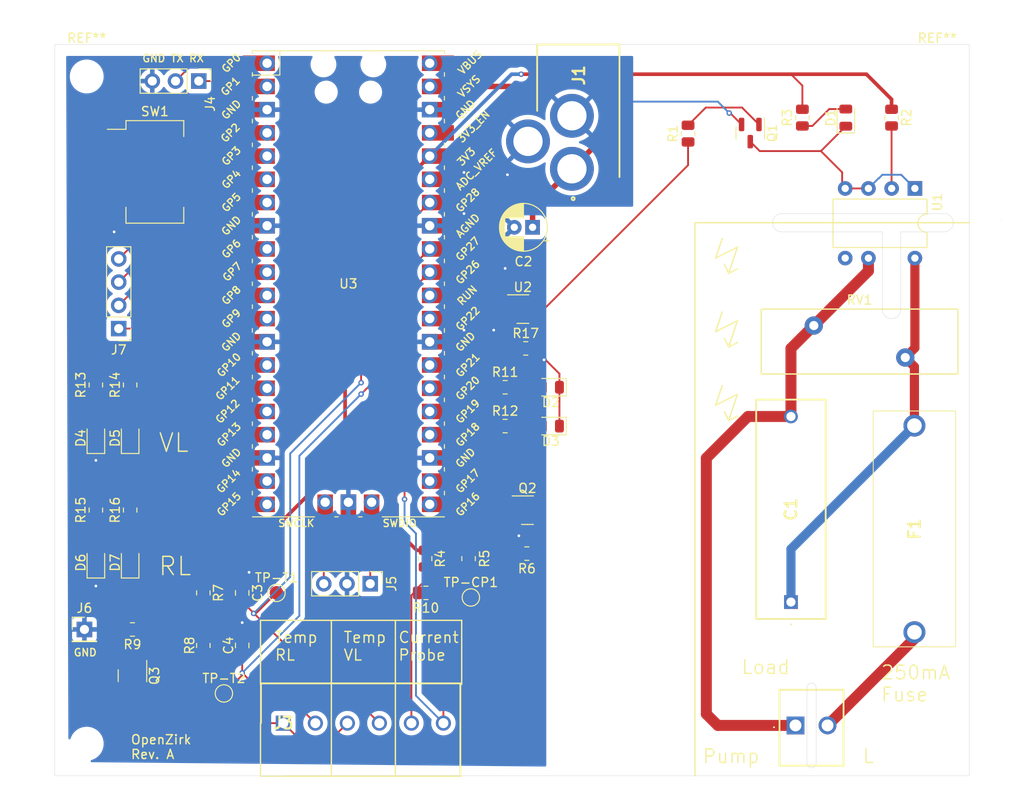
<source format=kicad_pcb>
(kicad_pcb (version 20221018) (generator pcbnew)
  (layers (0 "F.Cu" signal) (31 "B.Cu" signal) (34 "B.Paste" user) (35 "F.Paste" user) (36 "B.SilkS" user "B.Silkscreen") (37 "F.SilkS" user "F.Silkscreen") (38 "B.Mask" user) (39 "F.Mask" user) (44 "Edge.Cuts" user))
  (net 0 "")
  (net 1 "Net-(C1-Pad1)")
  (net 2 "Net-(J2-Pin_2)")
  (net 3 "+5V")
  (net 4 "GND")
  (net 5 "TempProbe1")
  (net 6 "TempProbe2")
  (net 7 "Net-(D1-K)")
  (net 8 "Net-(D1-A)")
  (net 9 "Net-(D2-A)")
  (net 10 "Net-(D3-A)")
  (net 11 "Net-(D4-A)")
  (net 12 "Net-(D5-A)")
  (net 13 "Net-(D6-A)")
  (net 14 "Net-(D7-A)")
  (net 15 "Net-(J2-Pin_1)")
  (net 16 "CurrentProbe")
  (net 17 "Net-(J5-Pin_1)")
  (net 18 "Net-(J5-Pin_3)")
  (net 19 "Net-(J7-Pin_1)")
  (net 20 "Net-(J7-Pin_2)")
  (net 21 "Net-(J7-Pin_3)")
  (net 22 "Net-(J7-Pin_4)")
  (net 23 "Net-(Q1-B)")
  (net 24 "CurrentProbeEnable")
  (net 25 "Net-(Q2-D)")
  (net 26 "TempProbesEnable")
  (net 27 "LoadEnable")
  (net 28 "+3V3")
  (net 29 "Net-(R2-Pad2)")
  (net 30 "Net-(U3-GPIO19)")
  (net 31 "Net-(U3-GPIO18)")
  (net 32 "Net-(U3-GPIO10)")
  (net 33 "Net-(U3-GPIO11)")
  (net 34 "Net-(U3-GPIO12)")
  (net 35 "Net-(U3-GPIO13)")
  (net 36 "Net-(U3-GPIO5)")
  (net 37 "Net-(U3-GPIO4)")
  (net 38 "Net-(U3-GPIO3)")
  (net 39 "Net-(U3-GPIO2)")
  (net 41 "Net-(U2-K)")
  (net 49 "Net-(J3-Pin_1)")
  (net 50 "Net-(J3-Pin_5)")
  (net 51 "Net-(J4-Pin_1)")
  (net 52 "Net-(J4-Pin_2)")
  (footprint "LED_SMD:LED_0805_2012Metric" (layer "F.Cu") (at 83.25 117.8125 90)
    (fp_text reference "D5")
    (fp_text value "Blue, 2,65V/2mA")
  )
  (footprint "Connector_PinHeader_2.54mm:PinHeader_1x03_P2.54mm_Vertical" (layer "F.Cu") (at 109.5 133.75 -90)
    (fp_text reference "J5")
    (fp_text value "Debug")
  )
  (footprint "MountingHole:MountingHole_3.2mm_M3" (layer "F.Cu") (at 78.5 78.25)
    (fp_text reference "REF**")
    (fp_text value "MountingHole_3.2mm_M3")
  )
  (footprint "OpenZirk:SHDR6W90P0X350_1X6_2160X1000X1255P" (layer "F.Cu") (at 100 149)
    (fp_text reference "J3")
    (fp_text value "Sensoren" hide)
  )
  (footprint "MountingHole:MountingHole_3.2mm_M3" (layer "F.Cu") (at 171.5 151)
    (fp_text reference "REF**" hide)
    (fp_text value "MountingHole_3.2mm_M3")
  )
  (footprint "LED_SMD:LED_0805_2012Metric" (layer "F.Cu") (at 161.5 82.75 90)
    (fp_text reference "D1")
    (fp_text value "Red 1.6V/4mA")
  )
  (footprint "Package_TO_SOT_SMD:SOT-23" (layer "F.Cu") (at 83.5 143.8125 -90)
    (fp_text reference "Q3")
    (fp_text value "FDV303N")
  )
  (footprint "Resistor_SMD:R_0805_2012Metric" (layer "F.Cu") (at 124.25 112.25)
    (fp_text reference "R11")
    (fp_text value "470")
  )
  (footprint "Resistor_SMD:R_0805_2012Metric" (layer "F.Cu") (at 91.25 140.5 -90)
    (fp_text reference "R8")
    (fp_text value "R")
  )
  (footprint "Resistor_SMD:R_0805_2012Metric" (layer "F.Cu") (at 115.5875 134.75 180)
    (fp_text reference "R10")
    (fp_text value "~")
  )
  (footprint "Resistor_SMD:R_0805_2012Metric" (layer "F.Cu") (at 83.5 138.75 180)
    (fp_text reference "R9")
    (fp_text value "0")
  )
  (footprint "Connector_PinHeader_2.54mm:PinHeader_1x01_P2.54mm_Vertical" (layer "F.Cu") (at 78.25 138.75)
    (fp_text reference "J6")
    (fp_text value "GND")
  )
  (footprint "Resistor_SMD:R_0805_2012Metric" (layer "F.Cu") (at 156.75 82.75 90)
    (fp_text reference "R3")
    (fp_text value "470")
  )
  (footprint "Connector_PinHeader_2.54mm:PinHeader_1x04_P2.54mm_Vertical" (layer "F.Cu") (at 82 105.83 180)
    (fp_text reference "J7")
    (fp_text value "Spare")
  )
  (footprint "TestPoint:TestPoint_Pad_D1.5mm" (layer "F.Cu") (at 99.25 134.75)
    (fp_text reference "TP-T1")
    (fp_text value "TestPoint")
  )
  (footprint "Resistor_SMD:R_0805_2012Metric" (layer "F.Cu") (at 79.5 112 90)
    (fp_text reference "R13")
    (fp_text value "620")
  )
  (footprint "Capacitor_THT:CP_Radial_D5.0mm_P2.00mm" (layer "F.Cu") (at 127.25 94.75 180)
    (fp_text reference "C2")
    (fp_text value "10uF")
  )
  (footprint "Package_TO_SOT_SMD:SOT-23" (layer "F.Cu") (at 126.1875 103.7)
    (fp_text reference "U2")
    (fp_text value "LM4040DBZ-3")
  )
  (footprint "TestPoint:TestPoint_Pad_D1.5mm" (layer "F.Cu") (at 120.5 135.25)
    (fp_text reference "TP-CP1")
    (fp_text value "~")
  )
  (footprint "Resistor_SMD:R_0805_2012Metric" (layer "F.Cu") (at 144.25 84.5 90)
    (fp_text reference "R1")
    (fp_text value "680")
  )
  (footprint "Capacitor_SMD:C_0805_2012Metric" (layer "F.Cu") (at 95.5 140.5 90)
    (fp_text reference "C4")
    (fp_text value "0.1uF")
  )
  (footprint "MountingHole:MountingHole_3.2mm_M3" (layer "F.Cu") (at 171.5 78.25)
    (fp_text reference "REF**")
    (fp_text value "MountingHole_3.2mm_M3")
  )
  (footprint "Resistor_SMD:R_0805_2012Metric" (layer "F.Cu") (at 166.5 82.75 -90)
    (fp_text reference "R2")
    (fp_text value "100")
  )
  (footprint "Package_DIP:DIP-8-N7_W7.62mm" (layer "F.Cu") (at 169.05 90.5 -90)
    (fp_text reference "U1")
    (fp_text value "AQH2213")
  )
  (footprint "LED_SMD:LED_0805_2012Metric" (layer "F.Cu") (at 83.25 131.4375 90)
    (fp_text reference "D7")
    (fp_text value "Blue, 2,65V/2mA")
  )
  (footprint "OpenZirk:RPi_Pico_SMD_TH" (layer "F.Cu") (at 107.11 100.93)
    (fp_text reference "U3")
    (fp_text value "Pico")
  )
  (footprint "Resistor_SMD:R_0805_2012Metric" (layer "F.Cu") (at 83.25 112 90)
    (fp_text reference "R14")
    (fp_text value "330")
  )
  (footprint "Resistor_SMD:R_0805_2012Metric" (layer "F.Cu") (at 83.25 125.6875 90)
    (fp_text reference "R16")
    (fp_text value "330")
  )
  (footprint "Package_TO_SOT_SMD:SOT-23" (layer "F.Cu") (at 126.6875 125.7)
    (fp_text reference "Q2")
    (fp_text value "FDV303N")
  )
  (footprint "Varistor:RV_Disc_D21.5mm_W7.1mm_P10mm" (layer "F.Cu") (at 168 109 180)
    (fp_text reference "RV1")
    (fp_text value "B72220P3271")
  )
  (footprint "LED_SMD:LED_0805_2012Metric" (layer "F.Cu") (at 79.5 117.8125 90)
    (fp_text reference "D4")
    (fp_text value "Orange, 1,8V/2mA")
  )
  (footprint "OpenZirk:P409CE104M250AH101" (layer "F.Cu") (at 155.5 135.75 90)
    (fp_text reference "C1")
    (fp_text value "P409CE104M275AH101" hide)
  )
  (footprint "Resistor_SMD:R_0805_2012Metric" (layer "F.Cu") (at 79.5 125.6875 90)
    (fp_text reference "R15")
    (fp_text value "620")
  )
  (footprint "TestPoint:TestPoint_Pad_D1.5mm" (layer "F.Cu") (at 93.5 145.75)
    (fp_text reference "TP-T2")
    (fp_text value "TestPoint")
  )
  (footprint "Resistor_SMD:R_0805_2012Metric" (layer "F.Cu") (at 91.25 134.75 -90)
    (fp_text reference "R7")
    (fp_text value "R")
  )
  (footprint "LED_SMD:LED_0805_2012Metric" (layer "F.Cu") (at 129.25 116.5 180)
    (fp_text reference "D3")
    (fp_text value "Green, 2,65V/4mA")
  )
  (footprint "Resistor_SMD:R_0805_2012Metric" (layer "F.Cu") (at 120.25 131 90)
    (fp_text reference "R5")
    (fp_text value "10k")
  )
  (footprint "MountingHole:MountingHole_3.2mm_M3" (layer "F.Cu") (at 78.5 151.25)
    (fp_text reference "REF**" hide)
    (fp_text value "MountingHole_3.2mm_M3")
  )
  (footprint "OpenZirk:1667750000" (layer "F.Cu") (at 156 149.25)
    (fp_text reference "J2" hide)
    (fp_text value "Load (Pump)" hide)
  )
  (footprint "Button_Switch_SMD:SW_DIP_SPSTx04_Slide_Omron_A6S-410x_W8.9mm_P2.54mm" (layer "F.Cu") (at 85.95 88.69)
    (fp_text reference "SW1")
    (fp_text value "SW_DIP_x04")
  )
  (footprint "LED_SMD:LED_0805_2012Metric" (layer "F.Cu") (at 79.5 131.4375 90)
    (fp_text reference "D6")
    (fp_text value "Orange, 1,8V/2mA")
  )
  (footprint "OpenZirk:694106301002_1" (layer "F.Cu") (at 127.75 74.75 -90)
    (fp_text reference "J1")
    (fp_text value "WE 694106301002" hide)
  )
  (footprint "LED_SMD:LED_0805_2012Metric" (layer "F.Cu") (at 129.25 112.25 180)
    (fp_text reference "D2")
    (fp_text value "Red, 1,6V/4mA")
  )
  (footprint "Package_TO_SOT_SMD:SOT-23" (layer "F.Cu") (at 151.05 84.4375 -90)
    (fp_text reference "Q1")
    (fp_text value "BC847C")
  )
  (footprint "Resistor_SMD:R_0805_2012Metric" (layer "F.Cu") (at 126.5 108)
    (fp_text reference "R17")
    (fp_text value "4.7k")
  )
  (footprint "Resistor_SMD:R_0805_2012Metric" (layer "F.Cu") (at 124.25 116.5)
    (fp_text reference "R12")
    (fp_text value "180")
  )
  (footprint "Capacitor_SMD:C_0805_2012Metric" (layer "F.Cu") (at 95.5 134.75 -90)
    (fp_text reference "C3")
    (fp_text value "0.1uF")
  )
  (footprint "Resistor_SMD:R_0805_2012Metric" (layer "F.Cu") (at 126.625 130.45 180)
    (fp_text reference "R6")
    (fp_text value "0")
  )
  (footprint "OpenZirk:64600001223" (layer "F.Cu") (at 169 116.45 -90)
    (fp_text reference "F1")
    (fp_text value "Fuse 250mA" hide)
  )
  (footprint "Connector_PinHeader_2.54mm:PinHeader_1x03_P2.54mm_Vertical" (layer "F.Cu") (at 90.75 78.75 -90)
    (fp_text reference "J4")
    (fp_text value "UART")
  )
  (footprint "Resistor_SMD:R_0805_2012Metric" (layer "F.Cu") (at 115.5 131 -90)
    (fp_text reference "R4")
    (fp_text value "10k")
  )
  (gr_line (start 105.25 137.75) (end 97.5 137.75) (stroke (width 0.1524)) (layer "F.SilkS"))
  (gr_line (start 97.5 137.75) (end 97.5 144.75) (stroke (width 0.1524)) (layer "F.SilkS"))
  (gr_line (start 145 94.25) (end 145 154.75) (stroke (width 0.1524)) (layer "F.SilkS"))
  (gr_line (start 112.25 154.625) (end 112.25 137.75) (stroke (width 0.1524)) (layer "F.SilkS"))
  (gr_line (start 97.5 149) (end 97.5 154.75) (stroke (width 0.1524)) (layer "F.SilkS"))
  (gr_line (start 105.25 137.75) (end 119.5 137.75) (stroke (width 0.1524)) (layer "F.SilkS"))
  (gr_line (start 175 94.25) (end 145 94.25) (stroke (width 0.1524)) (layer "F.SilkS"))
  (gr_line (start 105.25 154.625) (end 105.25 137.75) (stroke (width 0.1524)) (layer "F.SilkS"))
  (gr_line (start 100 154.8) (end 97.5 154.8) (stroke (width 0.1524)) (layer "F.SilkS"))
  (gr_line (start 119.5 137.75) (end 119.5 144.75) (stroke (width 0.1524)) (layer "F.SilkS"))
  (gr_arc (start 172.25 93.25) (mid 173.25 94.25) (end 172.25 95.25) (stroke (width 0.0381)) (layer "Edge.Cuts"))
  (gr_rect (start 75 74.75) (end 175 154.75) (stroke (width 0.0381)) (fill none) (layer "Edge.Cuts"))
  (gr_line (start 172.25 93.25) (end 154.5 93.25) (stroke (width 0.0381)) (layer "Edge.Cuts"))
  (gr_line (start 172.25 95.25) (end 167.5 95.25) (stroke (width 0.0381)) (layer "Edge.Cuts"))
  (gr_line (start 158.25 145.125) (end 158.25 153.375) (stroke (width 0.0381)) (layer "Edge.Cuts"))
  (gr_arc (start 157.25 145.125) (mid 157.75 144.625) (end 158.25 145.125) (stroke (width 0.0381)) (layer "Edge.Cuts"))
  (gr_arc (start 154.5 95.25) (mid 153.5 94.25) (end 154.5 93.25) (stroke (width 0.0381)) (layer "Edge.Cuts"))
  (gr_line (start 167.5 103.75) (end 167.5 95.25) (stroke (width 0.0381)) (layer "Edge.Cuts"))
  (gr_arc (start 167.5 103.75) (mid 166.5 104.75) (end 165.5 103.75) (stroke (width 0.0381)) (layer "Edge.Cuts"))
  (gr_circle (center 178.5 94) (end 178.5 94) (stroke (width 0.0381)) (fill none) (layer "Edge.Cuts"))
  (gr_line (start 165.5 103.75) (end 165.5 95.25) (stroke (width 0.0381)) (layer "Edge.Cuts"))
  (gr_line (start 154.5 95.25) (end 165.5 95.25) (stroke (width 0.0381)) (layer "Edge.Cuts"))
  (gr_arc (start 158.25 153.375) (mid 157.75 153.875) (end 157.25 153.375) (stroke (width 0.0381)) (layer "Edge.Cuts"))
  (gr_line (start 157.25 145.125) (end 157.25 153.375) (stroke (width 0.0381)) (layer "Edge.Cuts"))
  (gr_text "RL" (at 86.25 133) (layer "F.SilkS") (effects (font (size 2 2) (thickness 0.1524) bold) (justify left bottom)))
  (gr_text "GND TX RX" (at 84.5 76.75) (layer "F.SilkS") (effects (font (size 0.8128 0.8128) (thickness 0.1524) bold) (justify left bottom)))
  (gr_text "GND" (at 77 141.75) (layer "F.SilkS") (effects (font (size 0.8128 0.8128) (thickness 0.1524) bold) (justify left bottom)))
  (gr_text "250mA\nFuse" (at 165.25 146.75) (layer "F.SilkS") (effects (font (size 1.5 1.5) (thickness 0.1524) bold) (justify left bottom)))
  (gr_text "↯\n↯\n↯" (at 145.5 116.5) (layer "F.SilkS") (effects (font (size 5 5) (thickness 0.1524) bold) (justify left bottom)))
  (gr_text "Pump" (at 145.75 153.5) (layer "F.SilkS") (effects (font (size 1.5 1.5) (thickness 0.1524) bold) (justify left bottom)))
  (gr_text "Temp\nRL" (at 99 142.25) (layer "F.SilkS") (effects (font (size 1.2 1.2) (thickness 0.1524) bold) (justify left bottom)))
  (gr_text "VL" (at 86.25 119.5) (layer "F.SilkS") (effects (font (size 2 2) (thickness 0.1524) bold) (justify left bottom)))
  (gr_text "Temp\nVL" (at 106.5 142.25) (layer "F.SilkS") (effects (font (size 1.2 1.2) (thickness 0.1524) bold) (justify left bottom)))
  (gr_text "L" (at 163.25 153.5) (layer "F.SilkS") (effects (font (size 1.5 1.5) (thickness 0.1524) bold) (justify left bottom)))
  (gr_text "Current\nProbe" (at 112.5 142.25) (layer "F.SilkS") (effects (font (size 1.2 1.2) (thickness 0.1524) bold) (justify left bottom)))
  (gr_text "Load" (at 150 143.75) (layer "F.SilkS") (effects (font (size 1.5 1.5)) (justify left bottom)))
  (gr_text "OpenZirk\nRev. A" (at 83.25 153) (layer "F.SilkS") (effects (font (size 1 1) (thickness 0.1524) bold) (justify left bottom)))
  (segment (start 168 109) (end 169.05 107.95) (width 1) (layer "F.Cu") (net 1))
  (segment (start 169.05 107.95) (end 169.05 98.12) (width 1) (layer "F.Cu") (net 1))
  (segment (start 169 116.45) (end 169 110) (width 1) (layer "F.Cu") (net 1))
  (segment (start 169 110) (end 168 109) (width 1) (layer "F.Cu") (net 1))
  (segment (start 169 116.45) (end 155.5 129.95) (width 1) (layer "B.Cu") (net 1))
  (segment (start 155.5 129.95) (end 155.5 135.75) (width 1) (layer "B.Cu") (net 1))
  (segment (start 169 139.75) (end 169 139.05) (width 1.2) (layer "F.Cu") (net 2))
  (segment (start 159.5 149.25) (end 169 139.75) (width 1.2) (layer "F.Cu") (net 2))
  (segment (start 116 79.34) (end 134.09 79.34) (width 0.6) (layer "F.Cu") (net 3))
  (segment (start 127.25 92.65) (end 131.55 88.35) (width 0.6) (layer "F.Cu") (net 3))
  (segment (start 135.5 80.75) (end 135.5 84.4) (width 0.6) (layer "F.Cu") (net 3))
  (segment (start 134.09 79.34) (end 135.5 80.75) (width 0.6) (layer "F.Cu") (net 3))
  (segment (start 131.55 88.35) (end 135.5 84.4) (width 0.6) (layer "F.Cu") (net 3))
  (segment (start 127.25 94.75) (end 127.25 92.65) (width 0.6) (layer "F.Cu") (net 3))
  (segment (start 148.75 82.15) (end 148.85 82.25) (width 0.2) (layer "F.Cu") (net 4))
  (segment (start 125.75 126.65) (end 125.75 128.5) (width 0.2) (layer "F.Cu") (net 4))
  (segment (start 125.75 128.5) (end 125.75 130.4125) (width 0.2) (layer "F.Cu") (net 4))
  (segment (start 79.5 132.375) (end 79.5 134) (width 0.2) (layer "F.Cu") (net 4))
  (segment (start 83.25 132.375) (end 79.5 132.375) (width 0.2) (layer "F.Cu") (net 4))
  (segment (start 82.5875 137.0875) (end 79.5 134) (width 0.2) (layer "F.Cu") (net 4))
  (segment (start 130.1875 116.5) (end 130.1875 112.25) (width 0.2) (layer "F.Cu") (net 4))
  (segment (start 130.1875 112.25) (end 130.1875 110.775) (width 0.2) (layer "F.Cu") (net 4))
  (segment (start 95.5 133.8) (end 96.25 133.05) (width 0.2) (layer "F.Cu") (net 4))
  (segment (start 95.5 139.55) (end 95.5 138) (width 0.2) (layer "F.Cu") (net 4))
  (segment (start 82.5875 138.75) (end 82.5875 137.0875) (width 0.2) (layer "F.Cu") (net 4))
  (segment (start 125.25 104.65) (end 123.9 104.65) (width 0.2) (layer "F.Cu") (net 4))
  (segment (start 82.55 142.875) (end 82.55 138.7875) (width 0.2) (layer "F.Cu") (net 4))
  (segment (start 81.5 84.88) (end 81.5 95.25) (width 0.2) (layer "F.Cu") (net 4))
  (segment (start 96.25 133.05) (end 96.25 132.5) (width 0.2) (layer "F.Cu") (net 4))
  (segment (start 128.5 109.25) (end 128.5 109.0875) (width 0.2) (layer "F.Cu") (net 4))
  (segment (start 148.75 82.25) (end 148.75 82.15) (width 0.2) (layer "F.Cu") (net 4))
  (segment (start 150.1 83.5) (end 148.85 82.25) (width 0.2) (layer "F.Cu") (net 4))
  (segment (start 125.75 130.4125) (end 125.7125 130.45) (width 0.2) (layer "F.Cu") (net 4))
  (segment (start 128.5 109.0875) (end 127.4125 108) (width 0.2) (layer "F.Cu") (net 4))
  (segment (start 130.1875 110.775) (end 128.6625 109.25) (width 0.2) (layer "F.Cu") (net 4))
  (segment (start 148.85 82.25) (end 148.75 82.25) (width 0.2) (layer "F.Cu") (net 4))
  (segment (start 82.55 138.7875) (end 82.5875 138.75) (width 0.2) (layer "F.Cu") (net 4))
  (segment (start 83.25 118.75) (end 79.5 118.75) (width 0.2) (layer "F.Cu") (net 4))
  (segment (start 128.6625 109.25) (end 128.5 109.25) (width 0.2) (layer "F.Cu") (net 4))
  (segment (start 79.5 120.25) (end 79.5 120.5) (width 0.2) (layer "F.Cu") (net 4))
  (segment (start 79.5 118.75) (end 79.5 120.25) (width 0.2) (layer "F.Cu") (net 4))
  (via (at 81.5 95.25) (size 0.6) (drill 0.3) (layers "F.Cu" "B.Cu") (net 4))
  (via (at 119.75 88.75) (size 0.6) (drill 0.3) (layers "F.Cu" "B.Cu") (net 4))
  (via (at 79.5 120.25) (size 0.6) (drill 0.3) (layers "F.Cu" "B.Cu") (net 4))
  (via (at 79.5 134) (size 0.6) (drill 0.3) (layers "F.Cu" "B.Cu") (net 4))
  (via (at 124.5 89) (size 0.6) (drill 0.3) (layers "F.Cu" "B.Cu") (net 4))
  (via (at 125.75 128.5) (size 0.6) (drill 0.3) (layers "F.Cu" "B.Cu") (net 4))
  (via (at 119.75 106) (size 0.6) (drill 0.3) (layers "F.Cu" "B.Cu") (net 4))
  (via (at 123 106) (size 0.6) (drill 0.3) (layers "F.Cu" "B.Cu") (net 4))
  (via (at 119.75 93.25) (size 0.6) (drill 0.3) (layers "F.Cu" "B.Cu") (net 4))
  (via (at 148.75 82.25) (size 0.6) (drill 0.3) (layers "F.Cu" "B.Cu") (net 4))
  (via (at 128.5 109.25) (size 0.6) (drill 0.3) (layers "F.Cu" "B.Cu") (net 4))
  (via (at 96.25 132.5) (size 0.6) (drill 0.3) (layers "F.Cu" "B.Cu") (net 4))
  (via (at 95.5 138) (size 0.6) (drill 0.3) (layers "F.Cu" "B.Cu") (net 4))
  (via (at 124.25 99.25) (size 0.6) (drill 0.3) (layers "F.Cu" "B.Cu") (net 4))
  (segment (start 148.75 82.25) (end 147.5 81) (width 0.2) (layer "B.Cu") (net 4))
  (segment (start 147.5 81) (end 138 81) (width 0.2) (layer "B.Cu") (net 4))
  (segment (start 91.25 135.6625) (end 95.4625 135.6625) (width 0.2) (layer "F.Cu") (net 5))
  (segment (start 103.5 142) (end 101.8 142) (width 0.2) (layer "F.Cu") (net 5))
  (segment (start 101.8 142) (end 98.8 139) (width 0.2) (layer "F.Cu") (net 5))
  (segment (start 95.4625 135.6625) (end 95.5 135.7) (width 0.2) (layer "F.Cu") (net 5))
  (segment (start 99.25 134.75) (end 97 137) (width 0.2) (layer "F.Cu") (net 5))
  (segment (start 97 137) (end 96.75 137) (width 0.2) (layer "F.Cu") (net 5))
  (segment (start 110.5 149) (end 103.5 142) (width 0.2) (layer "F.Cu") (net 5))
  (segment (start 96.75 137) (end 96.8 137) (width 0.2) (layer "F.Cu") (net 5))
  (segment (start 95.5 135.7) (end 96.75 136.95) (width 0.2) (layer "F.Cu") (net 5))
  (segment (start 98.75 138.95) (end 98.75 139) (width 0.2) (layer "F.Cu") (net 5))
  (segment (start 98.75 139) (end 98.8 139) (width 0.2) (layer "F.Cu") (net 5))
  (segment (start 96.75 136.95) (end 96.75 137) (width 0.2) (layer "F.Cu") (net 5))
  (segment (start 108.5 99.54) (end 116 92.04) (width 0.2) (layer "F.Cu") (net 5))
  (segment (start 108.5 111.75) (end 108.5 99.54) (width 0.2) (layer "F.Cu") (net 5))
  (segment (start 96.8 137) (end 98.75 138.95) (width 0.2) (layer "F.Cu") (net 5))
  (via (at 108.5 111.75) (size 0.6) (drill 0.3) (layers "F.Cu" "B.Cu") (net 5))
  (via (at 96.75 137) (size 0.6) (drill 0.3) (layers "F.Cu" "B.Cu") (net 5))
  (segment (start 96.75 137) (end 100.75 133) (width 0.2) (layer "B.Cu") (net 5))
  (segment (start 100.75 119.5) (end 108.5 111.75) (width 0.2) (layer "B.Cu") (net 5))
  (segment (start 100.75 133) (end 100.75 119.5) (width 0.2) (layer "B.Cu") (net 5))
  (segment (start 95.5 143.5) (end 97.25 145.25) (width 0.2) (layer "F.Cu") (net 6))
  (segment (start 91.25 141.4125) (end 95.4625 141.4125) (width 0.2) (layer "F.Cu") (net 6))
  (segment (start 95.4625 141.4125) (end 95.5 141.45) (width 0.2) (layer "F.Cu") (net 6))
  (segment (start 99.75 145.25) (end 103.5 149) (width 0.2) (layer "F.Cu") (net 6))
  (segment (start 111 102.12) (end 116 97.12) (width 0.2) (layer "F.Cu") (net 6))
  (segment (start 111 110.5) (end 111 102.12) (width 0.2) (layer "F.Cu") (net 6))
  (segment (start 95.5 141.45) (end 95.5 143.5) (width 0.2) (layer "F.Cu") (net 6))
  (segment (start 97.25 145.25) (end 99.75 145.25) (width 0.2) (layer "F.Cu") (net 6))
  (segment (start 95.5 143.75) (end 93.5 145.75) (width 0.2) (layer "F.Cu") (net 6))
  (segment (start 108.5 113) (end 111 110.5) (width 0.2) (layer "F.Cu") (net 6))
  (segment (start 95.5 143.5) (end 95.5 143.75) (width 0.2) (layer "F.Cu") (net 6))
  (via (at 108.5 113) (size 0.6) (drill 0.3) (layers "F.Cu" "B.Cu") (net 6))
  (via (at 95.5 143.5) (size 0.6) (drill 0.3) (layers "F.Cu" "B.Cu") (net 6))
  (segment (start 95.5 143.5) (end 101.75 137.25) (width 0.2) (layer "B.Cu") (net 6))
  (segment (start 108.5 113) (end 108.75 112.75) (width 0.2) (layer "B.Cu") (net 6))
  (segment (start 101.75 137.25) (end 101.75 119.75) (width 0.2) (layer "B.Cu") (net 6))
  (segment (start 101.75 119.75) (end 108.5 113) (width 0.2) (layer "B.Cu") (net 6))
  (segment (start 163.97 90.5) (end 161.43 90.5) (width 0.2) (layer "F.Cu") (net 7))
  (segment (start 158.775 86.4125) (end 152.0875 86.4125) (width 0.2) (layer "F.Cu") (net 7))
  (segment (start 152.0875 86.4125) (end 151.05 85.375) (width 0.2) (layer "F.Cu") (net 7))
  (segment (start 161.5 83.6875) (end 158.775 86.4125) (width 0.2) (layer "F.Cu") (net 7))
  (segment (start 161.1 88.7375) (end 161.1 90.5) (width 0.2) (layer "F.Cu") (net 7))
  (segment (start 158.775 86.4125) (end 161.1 88.7375) (width 0.2) (layer "F.Cu") (net 7))
  (segment (start 167.55 89) (end 169.05 90.5) (width 0.2) (layer "B.Cu") (net 7))
  (segment (start 165.07 89.4) (end 165.1 89.4) (width 0.2) (layer "B.Cu") (net 7))
  (segment (start 163.97 90.5) (end 165.07 89.4) (width 0.2) (layer "B.Cu") (net 7))
  (segment (start 165.1 89.4) (end 165.5 89) (width 0.2) (layer "B.Cu") (net 7))
  (segment (start 165.5 89) (end 167.55 89) (width 0.2) (layer "B.Cu") (net 7))
  (segment (start 157.8375 83.6625) (end 159.6875 81.8125) (width 0.2) (layer "F.Cu") (net 8))
  (segment (start 156.75 83.6625) (end 157.8375 83.6625) (width 0.2) (layer "F.Cu") (net 8))
  (segment (start 159.6875 81.8125) (end 161.5 81.8125) (width 0.2) (layer "F.Cu") (net 8))
  (segment (start 125.1625 112.25) (end 128.3125 112.25) (width 0.2) (layer "F.Cu") (net 9))
  (segment (start 125.1625 116.5) (end 128.3125 116.5) (width 0.2) (layer "F.Cu") (net 10))
  (segment (start 79.5 112.9125) (end 79.5 116.875) (width 0.2) (layer "F.Cu") (net 11))
  (segment (start 83.25 112.9125) (end 83.25 116.875) (width 0.2) (layer "F.Cu") (net 12))
  (segment (start 79.5 126.6) (end 79.5 130.5) (width 0.2) (layer "F.Cu") (net 13))
  (segment (start 83.25 126.6) (end 83.25 130.5) (width 0.2) (layer "F.Cu") (net 14))
  (segment (start 163.97 98.12) (end 163.97 99.53) (width 1.2) (layer "F.Cu") (net 15))
  (segment (start 150.8 115.45) (end 146.25 120) (width 1.2) (layer "F.Cu") (net 15))
  (segment (start 155.5 115.45) (end 150.8 115.45) (width 1.2) (layer "F.Cu") (net 15))
  (segment (start 147.5 149.25) (end 156 149.25) (width 1.2) (layer "F.Cu") (net 15))
  (segment (start 146.25 120) (end 146.25 148) (width 1.2) (layer "F.Cu") (net 15))
  (segment (start 163.97 99.53) (end 158 105.5) (width 1.2) (layer "F.Cu") (net 15))
  (segment (start 158 105.5) (end 155.5 108) (width 1.2) (layer "F.Cu") (net 15))
  (segment (start 146.25 148) (end 147.5 149.25) (width 1.2) (layer "F.Cu") (net 15))
  (segment (start 155.5 108) (end 155.5 115.45) (width 1.2) (layer "F.Cu") (net 15))
  (segment (start 117.5 135.75) (end 117.5 149) (width 0.2) (layer "F.Cu") (net 16))
  (segment (start 113.25 102.41) (end 116 99.66) (width 0.2) (layer "F.Cu") (net 16))
  (segment (start 118 135.25) (end 117.5 135.75) (width 0.2) (layer "F.Cu") (net 16))
  (segment (start 116.5 134.75) (end 117.5 135.75) (width 0.2) (layer "F.Cu") (net 16))
  (segment (start 120.5 135.25) (end 118 135.25) (width 0.2) (layer "F.Cu") (net 16))
  (segment (start 113.25 124.5) (end 113.25 102.41) (width 0.2) (layer "F.Cu") (net 16))
  (via (at 113.25 124.5) (size 0.6) (drill 0.3) (layers "F.Cu" "B.Cu") (net 16))
  (segment (start 113.25 127) (end 113.25 124.5) (width 0.2) (layer "B.Cu") (net 16))
  (segment (start 114.5 146) (end 117.5 149) (width 0.2) (layer "B.Cu") (net 16))
  (segment (start 114.5 128.25) (end 113.25 127) (width 0.2) (layer "B.Cu") (net 16))
  (segment (start 114.5 128.25) (end 114.5 146) (width 0.2) (layer "B.Cu") (net 16))
  (segment (start 109.65 124.83) (end 109.5 124.98) (width 0.2) (layer "F.Cu") (net 17))
  (segment (start 109.5 124.98) (end 109.5 133.75) (width 0.2) (layer "F.Cu") (net 17))
  (segment (start 104.42 124.98) (end 104.57 124.83) (width 0.2) (layer "F.Cu") (net 18))
  (segment (start 104.42 133.75) (end 104.42 124.98) (width 0.2) (layer "F.Cu") (net 18))
  (segment (start 97.13 105.83) (end 82 105.83) (width 0.2) (layer "F.Cu") (net 19))
  (segment (start 98.22 104.74) (end 97.13 105.83) (width 0.2) (layer "F.Cu") (net 19))
  (segment (start 98.22 102.2) (end 83.09 102.2) (width 0.2) (layer "F.Cu") (net 20))
  (segment (start 83.09 102.2) (end 82 103.29) (width 0.2) (layer "F.Cu") (net 20))
  (segment (start 98.22 99.66) (end 83.09 99.66) (width 0.2) (layer "F.Cu") (net 21))
  (segment (start 83.09 99.66) (end 82 100.75) (width 0.2) (layer "F.Cu") (net 21))
  (segment (start 83.09 97.12) (end 82 98.21) (width 0.2) (layer "F.Cu") (net 22))
  (segment (start 98.22 97.12) (end 83.09 97.12) (width 0.2) (layer "F.Cu") (net 22))
  (segment (start 146.1875 81.65) (end 150.15 81.65) (width 0.2) (layer "F.Cu") (net 23))
  (segment (start 150.15 81.65) (end 152 83.5) (width 0.2) (layer "F.Cu") (net 23))
  (segment (start 144.25 83.5875) (end 146.1875 81.65) (width 0.2) (layer "F.Cu") (net 23))
  (segment (start 123.52 122.52) (end 125.75 124.75) (width 0.2) (layer "F.Cu") (net 24))
  (segment (start 116 122.52) (end 123.52 122.52) (width 0.2) (layer "F.Cu") (net 24))
  (segment (start 127.5375 130.45) (end 126.5375 131.45) (width 0.2) (layer "F.Cu") (net 25))
  (segment (start 127.5375 130.45) (end 127.5375 125.7875) (width 0.2) (layer "F.Cu") (net 25))
  (segment (start 127.5375 125.7875) (end 127.625 125.7) (width 0.2) (layer "F.Cu") (net 25))
  (segment (start 126.5375 131.45) (end 121.6125 131.45) (width 0.2) (layer "F.Cu") (net 25))
  (segment (start 121.6125 131.45) (end 120.25 130.0875) (width 0.2) (layer "F.Cu") (net 25))
  (segment (start 87.75 139.575) (end 84.45 142.875) (width 0.2) (layer "F.Cu") (net 26))
  (segment (start 87.75 129.75) (end 87.75 139.575) (width 0.2) (layer "F.Cu") (net 26))
  (segment (start 92.44 125.06) (end 87.75 129.75) (width 0.2) (layer "F.Cu") (net 26))
  (segment (start 98.22 125.06) (end 92.44 125.06) (width 0.2) (layer "F.Cu") (net 26))
  (segment (start 125.5 108) (end 124.851526 107.351526) (width 0.2) (layer "F.Cu") (net 27))
  (segment (start 122.453052 109.75) (end 122.383052 109.82) (width 0.2) (layer "F.Cu") (net 27))
  (segment (start 124.851526 107.351526) (end 144.25 87.953052) (width 0.2) (layer "F.Cu") (net 27))
  (segment (start 144.25 87.953052) (end 144.25 85.4125) (width 0.2) (layer "F.Cu") (net 27))
  (segment (start 125.5875 108) (end 125.5 108) (width 0.2) (layer "F.Cu") (net 27))
  (segment (start 116 109.82) (end 122.383052 109.82) (width 0.2) (layer "F.Cu") (net 27))
  (segment (start 122.383052 109.82) (end 124.851526 107.351526) (width 0.2) (layer "F.Cu") (net 27))
  (segment (start 91.25 133.5) (end 91.25 133.8375) (width 0.4) (layer "F.Cu") (net 28))
  (segment (start 112.25 127.75) (end 112.25 124.5) (width 0.4) (layer "F.Cu") (net 28))
  (segment (start 163.75 78) (end 155.5 78) (width 0.4) (layer "F.Cu") (net 28))
  (segment (start 112.25 124.5) (end 106.75 119) (width 0.4) (layer "F.Cu") (net 28))
  (segment (start 116 86.96) (end 106.75 96.21) (width 0.4) (layer "F.Cu") (net 28))
  (segment (start 91.25 133.8375) (end 90.15 134.9375) (width 0.4) (layer "F.Cu") (net 28))
  (segment (start 117.76 86.96) (end 116 86.96) (width 0.4) (layer "F.Cu") (net 28))
  (segment (start 115.5 130.0875) (end 114.5875 130.0875) (width 0.4) (layer "F.Cu") (net 28))
  (segment (start 166.5 80.75) (end 163.75 78) (width 0.4) (layer "F.Cu") (net 28))
  (segment (start 156.75 79.25) (end 155.5 78) (width 0.2) (layer "F.Cu") (net 28))
  (segment (start 106.75 119) (end 106.75 120) (width 0.4) (layer "F.Cu") (net 28))
  (segment (start 166.5 81.8375) (end 166.5 80.75) (width 0.4) (layer "F.Cu") (net 28))
  (segment (start 114.5875 130.0875) (end 112.25 127.75) (width 0.4) (layer "F.Cu") (net 28))
  (segment (start 90.15 134.9375) (end 90.15 138.4875) (width 0.4) (layer "F.Cu") (net 28))
  (segment (start 106.75 120) (end 92.9125 133.8375) (width 0.4) (layer "F.Cu") (net 28))
  (segment (start 92.9125 133.8375) (end 91.25 133.8375) (width 0.4) (layer "F.Cu") (net 28))
  (segment (start 106.75 96.21) (end 106.75 119) (width 0.4) (layer "F.Cu") (net 28))
  (segment (start 156.75 81.8375) (end 156.75 79.25) (width 0.2) (layer "F.Cu") (net 28))
  (segment (start 90.15 138.4875) (end 91.25 139.5875) (width 0.4) (layer "F.Cu") (net 28))
  (segment (start 126 78) (end 155.5 78) (width 0.4) (layer "F.Cu") (net 28))
  (via (at 126 78) (size 0.6) (drill 0.3) (layers "F.Cu" "B.Cu") (net 28))
  (segment (start 124.96 78) (end 126 78) (width 0.4) (layer "B.Cu") (net 28))
  (segment (start 116 86.96) (end 124.96 78) (width 0.4) (layer "B.Cu") (net 28))
  (segment (start 166.5 90.49) (end 166.51 90.5) (width 0.2) (layer "F.Cu") (net 29))
  (segment (start 166.5 83.6625) (end 166.5 90.49) (width 0.2) (layer "F.Cu") (net 29))
  (segment (start 116 114.9) (end 120.6875 114.9) (width 0.2) (layer "F.Cu") (net 30))
  (segment (start 120.6875 114.9) (end 123.3375 112.25) (width 0.2) (layer "F.Cu") (net 30))
  (segment (start 116 114.9) (end 116.1 115) (width 0.2) (layer "F.Cu") (net 30))
  (segment (start 122.7175 116.5) (end 121.7775 117.44) (width 0.2) (layer "F.Cu") (net 31))
  (segment (start 116 117.44) (end 121.7775 117.44) (width 0.2) (layer "F.Cu") (net 31))
  (segment (start 123.3375 116.5) (end 122.7175 116.5) (width 0.2) (layer "F.Cu") (net 31))
  (segment (start 98.22 109.82) (end 80.7675 109.82) (width 0.2) (layer "F.Cu") (net 32))
  (segment (start 80.7675 109.82) (end 79.5 111.0875) (width 0.2) (layer "F.Cu") (net 32))
  (segment (start 88.36 112.36) (end 98.22 112.36) (width 0.2) (layer "F.Cu") (net 33))
  (segment (start 83.25 111.0875) (end 87.0875 111.0875) (width 0.2) (layer "F.Cu") (net 33))
  (segment (start 87.0875 111.0875) (end 88.36 112.36) (width 0.2) (layer "F.Cu") (net 33))
  (segment (start 79.5 124.775) (end 80.725 124.775) (width 0.2) (layer "F.Cu") (net 34))
  (segment (start 90.6 114.9) (end 98.22 114.9) (width 0.2) (layer "F.Cu") (net 34))
  (segment (start 80.725 124.775) (end 90.6 114.9) (width 0.2) (layer "F.Cu") (net 34))
  (segment (start 90.585 117.44) (end 98.22 117.44) (width 0.2) (layer "F.Cu") (net 35))
  (segment (start 83.25 124.775) (end 90.585 117.44) (width 0.2) (layer "F.Cu") (net 35))
  (segment (start 97.76 92.5) (end 98.22 92.04) (width 0.2) (layer "F.Cu") (net 36))
  (segment (start 90.4 92.5) (end 97.76 92.5) (width 0.2) (layer "F.Cu") (net 36))
  (segment (start 97.76 89.96) (end 98.22 89.5) (width 0.2) (layer "F.Cu") (net 37))
  (segment (start 90.4 89.96) (end 97.76 89.96) (width 0.2) (layer "F.Cu") (net 37))
  (segment (start 90.4 87.42) (end 97.76 87.42) (width 0.2) (layer "F.Cu") (net 38))
  (segment (start 97.76 87.42) (end 98.22 86.96) (width 0.2) (layer "F.Cu") (net 38))
  (segment (start 97.76 84.88) (end 98.22 84.42) (width 0.2) (layer "F.Cu") (net 39))
  (segment (start 90.4 84.88) (end 97.76 84.88) (width 0.2) (layer "F.Cu") (net 39))
  (segment (start 121.5 93.04) (end 117.96 89.5) (width 0.6) (layer "F.Cu") (net 41))
  (segment (start 121.5 99) (end 121.5 93.04) (width 0.6) (layer "F.Cu") (net 41))
  (segment (start 117.96 89.5) (end 116 89.5) (width 0.6) (layer "F.Cu") (net 41))
  (segment (start 117.56 89.5) (end 116 89.5) (width 0.2) (layer "F.Cu") (net 41))
  (segment (start 125.25 102.75) (end 121.5 99) (width 0.6) (layer "F.Cu") (net 41))
  (segment (start 87.75 149) (end 83.5 144.75) (width 0.2) (layer "F.Cu") (net 49))
  (segment (start 83.5 139.6625) (end 84.4125 138.75) (width 0.2) (layer "F.Cu") (net 49))
  (segment (start 102 151) (end 100 149) (width 0.2) (layer "F.Cu") (net 49))
  (segment (start 107 149) (end 105 151) (width 0.2) (layer "F.Cu") (net 49))
  (segment (start 105 151) (end 102 151) (width 0.2) (layer "F.Cu") (net 49))
  (segment (start 83.5 144.75) (end 83.5 139.6625) (width 0.2) (layer "F.Cu") (net 49))
  (segment (start 100 149) (end 87.75 149) (width 0.2) (layer "F.Cu") (net 49))
  (segment (start 114 149) (end 114 135.00909) (width 0.2) (layer "F.Cu") (net 50))
  (segment (start 115.5 133.39055) (end 114.46122 134.42933) (width 0.2) (layer "F.Cu") (net 50))
  (segment (start 120.25 131.9125) (end 115.5 131.9125) (width 0.2) (layer "F.Cu") (net 50))
  (segment (start 115.5 131.9125) (end 115.5 133.39055) (width 0.2) (layer "F.Cu") (net 50))
  (segment (start 114 135.00909) (end 114.328408 134.680682) (width 0.2) (layer "F.Cu") (net 50))
  (segment (start 97.63 78.75) (end 98.22 79.34) (width 0.2) (layer "F.Cu") (net 51))
  (segment (start 98.22 79.34) (end 98.06 79.5) (width 0.2) (layer "F.Cu") (net 51))
  (segment (start 90.75 78.75) (end 97.63 78.75) (width 0.2) (layer "F.Cu") (net 51))
  (segment (start 98.22 76.8) (end 98.06 76.96) (width 0.2) (layer "F.Cu") (net 52))
  (segment (start 98.22 76.8) (end 90.16 76.8) (width 0.2) (layer "F.Cu") (net 52))
  (segment (start 90.16 76.8) (end 88.21 78.75) (width 0.2) (layer "F.Cu") (net 52))
  (zone (net 4) (net_name "GND") (layer "F.Cu") (priority 1) (connect_pads (clearance 0.508)) (min_thickness 0.25) (fill yes (thermal_gap 0.5) (thermal_bridge_width 0.5))
    (polygon (pts (xy 119.25 88.25) (xy 125.25 88.25) (xy 125.25 99.25) (xy 124 100.5) (xy 124 106.5) (xy 119.25 106.5)))
  )
  (zone (net 4) (net_name "GND") (layer "B.Cu") (connect_pads (clearance 0.508)) (min_thickness 0.25) (fill yes (thermal_gap 0.5) (thermal_bridge_width 0.5))
    (polygon (pts (xy 76.25 76) (xy 138.25 76) (xy 138.25 92.5) (xy 128.75 92.5) (xy 128.75 153.75) (xy 76.5 153.25)))
  )
)
</source>
